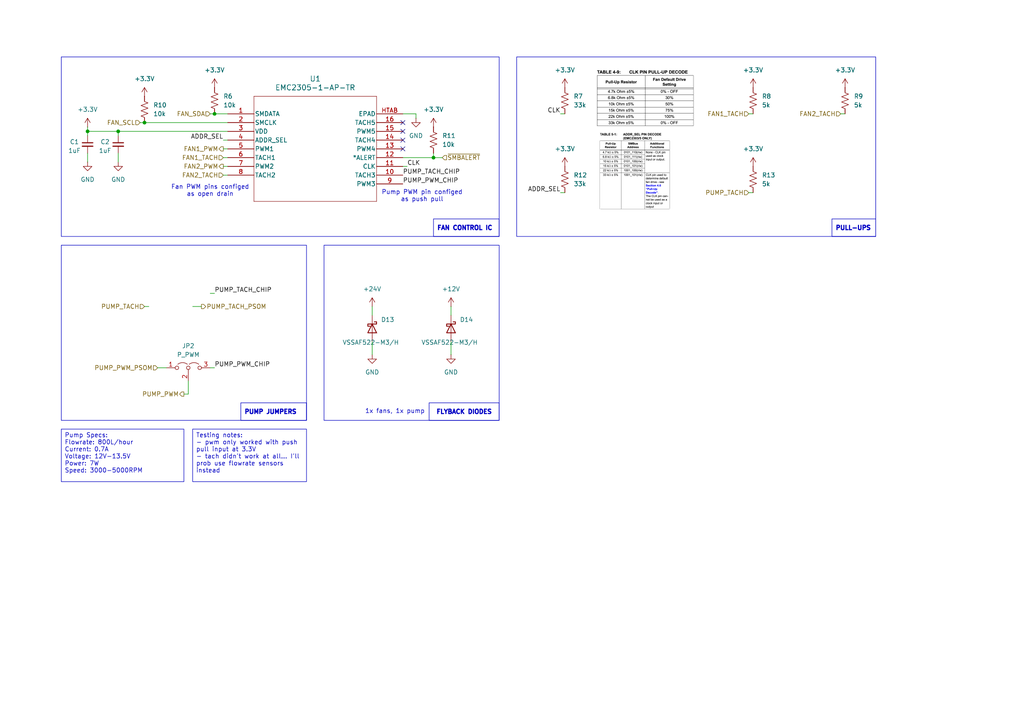
<source format=kicad_sch>
(kicad_sch (version 20250114) (generator "eeschema") (generator_version "9.0")
  (paper "A4")
  (lib_symbols
    (symbol "2024-11-02_21-04-42:EMC2305-1-AP-TR" (pin_names (offset 0.254))
      (property "Reference" "U" (at 25.4 10.16 0))
      (property "Value" "EMC2305-1-AP-TR" (at 25.4 7.62 0))
      (symbol "EMC2305-1-AP-TR_0_1"
        (polyline (pts (xy 7.62 5.08) (xy 7.62 -25.4)) (stroke (width 0.127)))
        (polyline (pts (xy 7.62 -25.4) (xy 43.18 -25.4)) (stroke (width 0.127)))
        (polyline (pts (xy 43.18 5.08) (xy 7.62 5.08)) (stroke (width 0.127)))
        (polyline (pts (xy 43.18 -25.4) (xy 43.18 5.08)) (stroke (width 0.127)))
        (pin bidirectional line (at 0 0 0) (length 7.62) (name "SMDATA") (number "1"))
        (pin input line (at 0 -2.54 0) (length 7.62) (name "SMCLK") (number "2"))
        (pin power_in line (at 0 -5.08 0) (length 7.62) (name "VDD") (number "3"))
        (pin bidirectional line (at 0 -7.62 0) (length 7.62) (name "ADDR_SEL") (number "4"))
        (pin output line (at 0 -10.16 0) (length 7.62) (name "PWM1") (number "5"))
        (pin input line (at 0 -12.7 0) (length 7.62) (name "TACH1") (number "6"))
        (pin output line (at 0 -15.24 0) (length 7.62) (name "PWM2") (number "7"))
        (pin input line (at 0 -17.78 0) (length 7.62) (name "TACH2") (number "8"))
        (pin unspecified line (at 50.8 0 180) (length 7.62) (name "EPAD") (number "HTAB"))
        (pin input line (at 50.8 -2.54 180) (length 7.62) (name "TACH5") (number "16"))
        (pin output line (at 50.8 -5.08 180) (length 7.62) (name "PWM5") (number "15"))
        (pin input line (at 50.8 -7.62 180) (length 7.62) (name "TACH4") (number "14"))
        (pin output line (at 50.8 -10.16 180) (length 7.62) (name "PWM4") (number "13"))
        (pin output line (at 50.8 -12.7 180) (length 7.62) (name "*ALERT") (number "12"))
        (pin bidirectional line (at 50.8 -15.24 180) (length 7.62) (name "CLK") (number "11"))
        (pin input line (at 50.8 -17.78 180) (length 7.62) (name "TACH3") (number "10"))
        (pin output line (at 50.8 -20.32 180) (length 7.62) (name "PWM3") (number "9"))
      )
    )
    (symbol "Device:C_Small" (pin_numbers (hide yes)) (pin_names (offset 0.254) (hide yes))
      (property "Reference" "C" (at 0.254 1.778 0))
      (property "Value" "C_Small" (at 0.254 -2.032 0))
      (symbol "C_Small_0_1"
        (polyline (pts (xy -1.524 0.508) (xy 1.524 0.508)) (stroke (width 0.3048)))
        (polyline (pts (xy -1.524 -0.508) (xy 1.524 -0.508)) (stroke (width 0.3302)))
      )
      (symbol "C_Small_1_1"
        (pin passive line (at 0 2.54 270) (length 2.032) (name "~") (number "1"))
        (pin passive line (at 0 -2.54 90) (length 2.032) (name "~") (number "2"))
      )
    )
    (symbol "Device:R_US" (pin_numbers (hide yes)) (pin_names (offset 0))
      (property "Reference" "R" (at 2.54 0 90))
      (property "Value" "R_US" (at -2.54 0 90))
      (symbol "R_US_0_1"
        (polyline (pts (xy 0 2.286) (xy 0 2.54)))
        (polyline (pts (xy 0 2.286) (xy 1.016 1.905) (xy 0 1.524) (xy -1.016 1.143) (xy 0 0.762)))
        (polyline (pts (xy 0 0.762) (xy 1.016 0.381) (xy 0 0) (xy -1.016 -0.381) (xy 0 -0.762)))
        (polyline (pts (xy 0 -0.762) (xy 1.016 -1.143) (xy 0 -1.524) (xy -1.016 -1.905) (xy 0 -2.286)))
        (polyline (pts (xy 0 -2.286) (xy 0 -2.54)))
      )
      (symbol "R_US_1_1"
        (pin passive line (at 0 3.81 270) (length 1.27) (name "~") (number "1"))
        (pin passive line (at 0 -3.81 90) (length 1.27) (name "~") (number "2"))
      )
    )
    (symbol "Diode:C3D25170H" (pin_numbers (hide yes)) (pin_names (offset 1.016) (hide yes))
      (property "Reference" "D" (at 0 2.54 0))
      (property "Value" "C3D25170H" (at 0 -2.54 0))
      (symbol "C3D25170H_0_1"
        (polyline (pts (xy -1.905 0.635) (xy -1.905 1.27) (xy -1.27 1.27) (xy -1.27 -1.27) (xy -0.635 -1.27) (xy -0.635 -0.635)) (stroke (width 0.254)))
        (polyline (pts (xy 1.27 1.27) (xy 1.27 -1.27) (xy -1.27 0) (xy 1.27 1.27)) (stroke (width 0.254)))
        (polyline (pts (xy 1.27 0) (xy -1.27 0)))
      )
      (symbol "C3D25170H_1_1"
        (pin passive line (at -3.81 0 0) (length 2.54) (name "K") (number "1"))
        (pin passive line (at 3.81 0 180) (length 2.54) (name "A") (number "2"))
      )
    )
    (symbol "Jumper:Jumper_3_Open" (pin_names (offset 0) (hide yes)) (in_bom no)
      (property "Reference" "JP" (at -2.54 -2.54 0))
      (property "Value" "Jumper_3_Open" (at 0 2.794 0))
      (symbol "Jumper_3_Open_0_0"
        (circle (center -3.302 0) (radius 0.508))
        (circle (center 0 0) (radius 0.508))
        (circle (center 3.302 0) (radius 0.508))
      )
      (symbol "Jumper_3_Open_0_1"
        (arc (start -3.048 1.016) (mid -1.651 1.4992) (end -0.254 1.016))
        (polyline (pts (xy 0 -0.508) (xy 0 -1.27)))
        (arc (start 0.254 1.016) (mid 1.651 1.4992) (end 3.048 1.016))
      )
      (symbol "Jumper_3_Open_1_1"
        (pin passive line (at -6.35 0 0) (length 2.54) (name "A") (number "1"))
        (pin passive line (at 0 -3.81 90) (length 2.54) (name "C") (number "2"))
        (pin passive line (at 6.35 0 180) (length 2.54) (name "B") (number "3"))
      )
    )
    (symbol "power:+12V" (power) (pin_numbers (hide yes)) (pin_names (offset 0) (hide yes))
      (property "Value" "+12V" (at 0 3.556 0))
      (symbol "+12V_0_1"
        (polyline (pts (xy -0.762 1.27) (xy 0 2.54)))
        (polyline (pts (xy 0 2.54) (xy 0.762 1.27)))
        (polyline (pts (xy 0 0) (xy 0 2.54)))
      )
      (symbol "+12V_1_1"
        (pin power_in line (at 0 0 90) (length 0) (name "~") (number "1"))
      )
    )
    (symbol "power:+24V" (power) (pin_numbers (hide yes)) (pin_names (offset 0) (hide yes))
      (property "Value" "+24V" (at 0 3.556 0))
      (symbol "+24V_0_1"
        (polyline (pts (xy -0.762 1.27) (xy 0 2.54)))
        (polyline (pts (xy 0 2.54) (xy 0.762 1.27)))
        (polyline (pts (xy 0 0) (xy 0 2.54)))
      )
      (symbol "+24V_1_1"
        (pin power_in line (at 0 0 90) (length 0) (name "~") (number "1"))
      )
    )
    (symbol "power:+3.3V" (power) (pin_numbers (hide yes)) (pin_names (offset 0) (hide yes))
      (property "Value" "+3.3V" (at 0 3.556 0))
      (symbol "+3.3V_0_1"
        (polyline (pts (xy -0.762 1.27) (xy 0 2.54)))
        (polyline (pts (xy 0 2.54) (xy 0.762 1.27)))
        (polyline (pts (xy 0 0) (xy 0 2.54)))
      )
      (symbol "+3.3V_1_1"
        (pin power_in line (at 0 0 90) (length 0) (name "~") (number "1"))
      )
    )
    (symbol "power:GND" (power) (pin_numbers (hide yes)) (pin_names (offset 0) (hide yes))
      (property "Value" "GND" (at 0 -3.81 0))
      (symbol "GND_0_1"
        (polyline (pts (xy 0 0) (xy 0 -1.27) (xy 1.27 -1.27) (xy 0 -2.54) (xy -1.27 -1.27) (xy 0 -1.27)))
      )
      (symbol "GND_1_1"
        (pin power_in line (at 0 0 270) (length 0) (name "~") (number "1"))
      )
    )
  )
  (rectangle (start 17.78 71.12) (end 88.9 121.92))
  (rectangle (start 17.78 16.51) (end 144.78 68.58))
  (rectangle (start 149.86 16.51) (end 254 68.58))
  (rectangle (start 93.98 71.12) (end 144.78 121.92))
  (text "1x fans, 1x pump" (at 114.554 119.38 0) (effects (font (size 1.27 1.27))))
  (text "Fan PWM pins configed\nas open drain" (at 60.96 55.372 0) (effects (font (size 1.27 1.27))))
  (text "Pump PWM pin configed\nas push pull" (at 122.428 56.896 0) (effects (font (size 1.27 1.27))))
  (text_box "FLYBACK DIODES" (at 124.46 116.84 0) (size 20.32 5.08) (margins 0.9525 0.9525 0.9525 0.9525) (effects (font (size 1.27 1.27) (thickness 0.381) (bold yes))))
  (text_box "Testing notes:\n- pwm only worked with push pull input at 3.3V\n- tach didn't work at all... I'll prob use flowrate sensors instead" (at 55.88 124.46 0) (size 33.02 15.24) (margins 0.9525 0.9525 0.9525 0.9525) (effects (font (size 1.27 1.27)) (justify left top)))
  (text_box "FAN CONTROL IC" (at 125.73 63.5 0) (size 19.05 5.08) (margins 0.9525 0.9525 0.9525 0.9525) (effects (font (size 1.27 1.27) (thickness 0.381) (bold yes)) (justify left)))
  (text_box "Pump Specs:\nFlowrate: 800L/hour\nCurrent: 0.7A\nVoltage: 12V-13.5V\nPower: 7W\nSpeed: 3000-5000RPM" (at 17.78 124.46 0) (size 35.56 15.24) (margins 0.9525 0.9525 0.9525 0.9525) (effects (font (size 1.27 1.27)) (justify left top)))
  (text_box "PULL-UPS" (at 241.3 63.5 0) (size 12.7 5.08) (margins 0.9525 0.9525 0.9525 0.9525) (effects (font (size 1.27 1.27) (thickness 0.381) (bold yes)) (justify left)))
  (text_box "PUMP JUMPERS" (at 69.85 116.84 0) (size 19.05 5.08) (margins 0.9525 0.9525 0.9525 0.9525) (effects (font (size 1.27 1.27) (thickness 0.381) (bold yes)) (justify left)))
  (junction (at 41.91 35.56))
  (junction (at 125.73 45.72))
  (junction (at 34.29 38.1))
  (junction (at 25.4 38.1))
  (junction (at 62.23 33.02))
  (no_connect (at 116.84 35.56))
  (no_connect (at 116.84 43.18))
  (no_connect (at 116.84 38.1))
  (no_connect (at 116.84 40.64))
  (wire (pts (xy 120.65 34.29) (xy 120.65 33.02)))
  (wire (pts (xy 62.23 106.68) (xy 60.96 106.68)))
  (wire (pts (xy 62.23 33.02) (xy 66.04 33.02)))
  (wire (pts (xy 125.73 44.45) (xy 125.73 45.72)))
  (wire (pts (xy 53.34 114.3) (xy 54.61 114.3)))
  (wire (pts (xy 34.29 44.45) (xy 34.29 46.99)))
  (wire (pts (xy 25.4 46.99) (xy 25.4 44.45)))
  (wire (pts (xy 64.77 43.18) (xy 66.04 43.18)))
  (wire (pts (xy 64.77 50.8) (xy 66.04 50.8)))
  (wire (pts (xy 243.84 33.02) (xy 245.11 33.02)))
  (wire (pts (xy 60.96 33.02) (xy 62.23 33.02)))
  (wire (pts (xy 107.95 102.87) (xy 107.95 99.06)))
  (wire (pts (xy 25.4 39.37) (xy 25.4 38.1)))
  (wire (pts (xy 64.77 40.64) (xy 66.04 40.64)))
  (wire (pts (xy 41.91 35.56) (xy 66.04 35.56)))
  (wire (pts (xy 62.23 85.09) (xy 60.96 85.09)))
  (wire (pts (xy 130.81 88.9) (xy 130.81 91.44)))
  (wire (pts (xy 34.29 38.1) (xy 66.04 38.1)))
  (wire (pts (xy 217.17 33.02) (xy 218.44 33.02)))
  (wire (pts (xy 54.61 114.3) (xy 54.61 110.49)))
  (wire (pts (xy 130.81 102.87) (xy 130.81 99.06)))
  (wire (pts (xy 64.77 45.72) (xy 66.04 45.72)))
  (wire (pts (xy 116.84 45.72) (xy 125.73 45.72)))
  (wire (pts (xy 45.72 106.68) (xy 48.26 106.68)))
  (wire (pts (xy 125.73 45.72) (xy 128.27 45.72)))
  (wire (pts (xy 34.29 39.37) (xy 34.29 38.1)))
  (wire (pts (xy 162.56 55.88) (xy 163.83 55.88)))
  (wire (pts (xy 25.4 38.1) (xy 34.29 38.1)))
  (wire (pts (xy 120.65 33.02) (xy 116.84 33.02)))
  (wire (pts (xy 41.91 88.9) (xy 43.18 88.9)))
  (wire (pts (xy 162.56 33.02) (xy 163.83 33.02)))
  (wire (pts (xy 64.77 48.26) (xy 66.04 48.26)))
  (wire (pts (xy 107.95 88.9) (xy 107.95 91.44)))
  (wire (pts (xy 217.17 55.88) (xy 218.44 55.88)))
  (wire (pts (xy 25.4 36.83) (xy 25.4 38.1)))
  (wire (pts (xy 40.64 35.56) (xy 41.91 35.56)))
  (wire (pts (xy 118.11 48.26) (xy 116.84 48.26)))
  (wire (pts (xy 58.42 88.9) (xy 55.88 88.9)))
  (image (at 184.15 49.53) (scale 0.100809))
  (image (at 187.1681 28.344) (scale 0.139667))
  (label "PUMP_TACH_CHIP" (at 62.23 85.09 0))
  (label "CLK" (at 162.56 33.02 180))
  (label "CLK" (at 118.11 48.26 0))
  (label "PUMP_PWM_CHIP" (at 62.23 106.68 0))
  (label "ADDR_SEL" (at 162.56 55.88 180))
  (label "ADDR_SEL" (at 64.77 40.64 180))
  (label "PUMP_PWM_CHIP" (at 116.84 53.34 0))
  (label "PUMP_TACH_CHIP" (at 116.84 50.8 0))
  (hierarchical_label "FAN2_PWM" (shape output) (at 64.77 48.26 180))
  (hierarchical_label "PUMP_TACH" (shape input) (at 41.91 88.9 180))
  (hierarchical_label "PUMP_PWM_PSOM" (shape input) (at 45.72 106.68 180))
  (hierarchical_label "FAN_SCL" (shape input) (at 40.64 35.56 180))
  (hierarchical_label "FAN2_TACH" (shape input) (at 243.84 33.02 180))
  (hierarchical_label "FAN1_TACH" (shape input) (at 217.17 33.02 180))
  (hierarchical_label "PUMP_TACH" (shape input) (at 217.17 55.88 180))
  (hierarchical_label "FAN1_PWM" (shape output) (at 64.77 43.18 180))
  (hierarchical_label "FAN_SDA" (shape input) (at 60.96 33.02 180))
  (hierarchical_label "~{SMBALERT}" (shape input) (at 128.27 45.72 0))
  (hierarchical_label "PUMP_PWM" (shape output) (at 53.34 114.3 180))
  (hierarchical_label "PUMP_TACH_PSOM" (shape output) (at 58.42 88.9 0))
  (hierarchical_label "FAN1_TACH" (shape input) (at 64.77 45.72 180))
  (hierarchical_label "FAN2_TACH" (shape input) (at 64.77 50.8 180))
  (symbol (lib_id "power:+3.3V") (at 163.83 25.4 0) (unit 1)
    (property "Reference" "#PWR025" (effects (hide yes)))
    (property "Value" "+3.3V" (at 163.83 20.32 0))
    (property "Description" "Power symbol creates a global label with name \"+3.3V\"" (effects (hide yes)))
  )
  (symbol (lib_id "power:GND") (at 107.95 102.87 0) (unit 1)
    (property "Reference" "#PWR040" (effects (hide yes)))
    (property "Value" "GND" (at 107.95 107.95 0))
    (property "Description" "Power symbol creates a global label with name \"GND\" , ground" (effects (hide yes)))
  )
  (symbol (lib_id "Device:R_US") (at 163.83 52.07 180) (unit 1)
    (property "Reference" "R12" (at 166.37 50.7999 0) (effects (justify right)))
    (property "Value" "33k" (at 166.37 53.3399 0) (effects (justify right)))
    (property "Footprint" "Resistor_SMD:R_0603_1608Metric_Pad0.98x0.95mm_HandSolder" (effects (hide yes)))
    (property "Description" "Resistor, US symbol" (effects (hide yes)))
  )
  (symbol (lib_id "Device:R_US") (at 163.83 29.21 180) (unit 1)
    (property "Reference" "R7" (at 166.37 27.9399 0) (effects (justify right)))
    (property "Value" "33k" (at 166.37 30.4799 0) (effects (justify right)))
    (property "Footprint" "Resistor_SMD:R_0603_1608Metric_Pad0.98x0.95mm_HandSolder" (effects (hide yes)))
    (property "Description" "Resistor, US symbol" (effects (hide yes)))
  )
  (symbol (lib_id "Diode:C3D25170H") (at 107.95 95.25 270) (unit 1)
    (property "Reference" "D13" (at 110.49 92.71 90) (effects (justify left)))
    (property "Value" "VSSAF522-M3/H" (at 99.314 99.314 90) (effects (justify left)))
    (property "Footprint" "UTSVT_Passive:SODFL5026X125N" (effects (hide yes)))
    (property "Datasheet" "https://www.wolfspeed.com/media/downloads/103/C3D25170H.pdf" (effects (hide yes)))
    (property "Description" "1700V, 25A, SiC Schottky Diode, TO-247" (effects (hide yes)))
  )
  (symbol (lib_id "power:+3.3V") (at 41.91 27.94 0) (unit 1)
    (property "Reference" "#PWR028" (effects (hide yes)))
    (property "Value" "+3.3V" (at 41.91 22.86 0))
    (property "Description" "Power symbol creates a global label with name \"+3.3V\"" (effects (hide yes)))
  )
  (symbol (lib_id "Device:R_US") (at 62.23 29.21 180) (unit 1)
    (property "Reference" "R6" (at 64.77 27.9399 0) (effects (justify right)))
    (property "Value" "10k" (at 64.77 30.4799 0) (effects (justify right)))
    (property "Footprint" "Resistor_SMD:R_0603_1608Metric_Pad0.98x0.95mm_HandSolder" (effects (hide yes)))
    (property "Description" "Resistor, US symbol" (effects (hide yes)))
  )
  (symbol (lib_id "power:+3.3V") (at 218.44 25.4 0) (unit 1)
    (property "Reference" "#PWR026" (effects (hide yes)))
    (property "Value" "+3.3V" (at 218.44 20.32 0))
    (property "Description" "Power symbol creates a global label with name \"+3.3V\"" (effects (hide yes)))
  )
  (symbol (lib_id "power:+3.3V") (at 25.4 36.83 0) (unit 1)
    (property "Reference" "#PWR030" (effects (hide yes)))
    (property "Value" "+3.3V" (at 25.4 31.75 0))
    (property "Description" "Power symbol creates a global label with name \"+3.3V\"" (effects (hide yes)))
  )
  (symbol (lib_id "power:+3.3V") (at 218.44 48.26 0) (unit 1)
    (property "Reference" "#PWR035" (effects (hide yes)))
    (property "Value" "+3.3V" (at 218.44 43.18 0))
    (property "Description" "Power symbol creates a global label with name \"+3.3V\"" (effects (hide yes)))
  )
  (symbol (lib_id "Device:R_US") (at 245.11 29.21 180) (unit 1)
    (property "Reference" "R9" (at 247.65 27.9399 0) (effects (justify right)))
    (property "Value" "5k" (at 247.65 30.4799 0) (effects (justify right)))
    (property "Footprint" "Resistor_SMD:R_0603_1608Metric_Pad0.98x0.95mm_HandSolder" (effects (hide yes)))
    (property "Description" "Resistor, US symbol" (effects (hide yes)))
  )
  (symbol (lib_id "power:+3.3V") (at 245.11 25.4 0) (unit 1)
    (property "Reference" "#PWR027" (effects (hide yes)))
    (property "Value" "+3.3V" (at 245.11 20.32 0))
    (property "Description" "Power symbol creates a global label with name \"+3.3V\"" (effects (hide yes)))
  )
  (symbol (lib_id "power:+3.3V") (at 125.73 36.83 0) (unit 1)
    (property "Reference" "#PWR031" (effects (hide yes)))
    (property "Value" "+3.3V" (at 125.73 31.75 0))
    (property "Description" "Power symbol creates a global label with name \"+3.3V\"" (effects (hide yes)))
  )
  (symbol (lib_id "power:GND") (at 120.65 34.29 0) (unit 1)
    (property "Reference" "#PWR029" (effects (hide yes)))
    (property "Value" "GND" (at 120.65 39.37 0))
    (property "Description" "Power symbol creates a global label with name \"GND\" , ground" (effects (hide yes)))
  )
  (symbol (lib_id "power:+3.3V") (at 163.83 48.26 0) (unit 1)
    (property "Reference" "#PWR034" (effects (hide yes)))
    (property "Value" "+3.3V" (at 163.83 43.18 0))
    (property "Description" "Power symbol creates a global label with name \"+3.3V\"" (effects (hide yes)))
  )
  (symbol (lib_id "Device:C_Small") (at 34.29 41.91 0) (unit 1)
    (property "Reference" "C2" (at 30.48 41.148 0))
    (property "Value" "1uF" (at 30.48 43.688 0))
    (property "Footprint" "Capacitor_SMD:C_0603_1608Metric_Pad1.08x0.95mm_HandSolder" (effects (hide yes)))
    (property "Description" "Unpolarized capacitor, small symbol" (effects (hide yes)))
    (property "P/N" "C0805C105K5PACTU" (effects (hide yes)))
  )
  (symbol (lib_id "power:+24V") (at 107.95 88.9 0) (unit 1)
    (property "Reference" "#PWR037" (effects (hide yes)))
    (property "Value" "+24V" (at 107.95 83.82 0))
    (property "Description" "Power symbol creates a global label with name \"+24V\"" (effects (hide yes)))
  )
  (symbol (lib_id "2024-11-02_21-04-42:EMC2305-1-AP-TR") (at 66.04 33.02 0) (unit 1)
    (property "Reference" "U1" (at 91.44 22.86 0) (effects (font (size 1.524 1.524))))
    (property "Value" "EMC2305-1-AP-TR" (at 91.44 25.4 0) (effects (font (size 1.524 1.524))))
    (property "Footprint" "PumpLib:QFN16_4x4MC_MCH" (effects (hide yes)))
    (property "Datasheet" "https://ww1.microchip.com/downloads/aemDocuments/documents/MSLD/ProductDocuments/DataSheets/EMC2301-2-3-5-Data-Sheet-DS20006532A.pdf" (effects (hide yes)))
    (property "P/N" "EMC2305-1-AP-TR" (effects (hide yes)))
  )
  (symbol (lib_id "Jumper:Jumper_3_Open") (at 54.61 106.68 0) (unit 1) (in_bom no)
    (property "Reference" "JP2" (at 54.61 100.33 0))
    (property "Value" "P_PWM" (at 54.61 102.87 0))
    (property "Footprint" "Connector_PinHeader_2.54mm:PinHeader_1x03_P2.54mm_Vertical" (effects (hide yes)))
    (property "Description" "Jumper, 3-pole, both open" (effects (hide yes)))
  )
  (symbol (lib_id "Device:C_Small") (at 25.4 41.91 0) (unit 1)
    (property "Reference" "C1" (at 21.59 41.148 0))
    (property "Value" "1uF" (at 21.59 43.688 0))
    (property "Footprint" "Capacitor_SMD:C_0603_1608Metric_Pad1.08x0.95mm_HandSolder" (effects (hide yes)))
    (property "Description" "Unpolarized capacitor, small symbol" (effects (hide yes)))
    (property "P/N" "C0805C105K5PACTU" (effects (hide yes)))
  )
  (symbol (lib_id "Device:R_US") (at 218.44 52.07 180) (unit 1)
    (property "Reference" "R13" (at 220.98 50.7999 0) (effects (justify right)))
    (property "Value" "5k" (at 220.98 53.3399 0) (effects (justify right)))
    (property "Footprint" "Resistor_SMD:R_0603_1608Metric_Pad0.98x0.95mm_HandSolder" (effects (hide yes)))
    (property "Description" "Resistor, US symbol" (effects (hide yes)))
  )
  (symbol (lib_id "Device:R_US") (at 125.73 40.64 180) (unit 1)
    (property "Reference" "R11" (at 128.27 39.3699 0) (effects (justify right)))
    (property "Value" "10k" (at 128.27 41.9099 0) (effects (justify right)))
    (property "Footprint" "Resistor_SMD:R_0603_1608Metric_Pad0.98x0.95mm_HandSolder" (effects (hide yes)))
    (property "Description" "Resistor, US symbol" (effects (hide yes)))
  )
  (symbol (lib_id "power:GND") (at 25.4 46.99 0) (unit 1)
    (property "Reference" "#PWR032" (effects (hide yes)))
    (property "Value" "GND" (at 25.4 52.07 0))
    (property "Description" "Power symbol creates a global label with name \"GND\" , ground" (effects (hide yes)))
  )
  (symbol (lib_id "Device:R_US") (at 41.91 31.75 180) (unit 1)
    (property "Reference" "R10" (at 44.45 30.4799 0) (effects (justify right)))
    (property "Value" "10k" (at 44.45 33.0199 0) (effects (justify right)))
    (property "Footprint" "Resistor_SMD:R_0603_1608Metric_Pad0.98x0.95mm_HandSolder" (effects (hide yes)))
    (property "Description" "Resistor, US symbol" (effects (hide yes)))
  )
  (symbol (lib_id "power:+3.3V") (at 62.23 25.4 0) (unit 1)
    (property "Reference" "#PWR024" (effects (hide yes)))
    (property "Value" "+3.3V" (at 62.23 20.32 0))
    (property "Description" "Power symbol creates a global label with name \"+3.3V\"" (effects (hide yes)))
  )
  (symbol (lib_id "power:GND") (at 130.81 102.87 0) (unit 1)
    (property "Reference" "#PWR041" (effects (hide yes)))
    (property "Value" "GND" (at 130.81 107.95 0))
    (property "Description" "Power symbol creates a global label with name \"GND\" , ground" (effects (hide yes)))
  )
  (symbol (lib_id "power:GND") (at 34.29 46.99 0) (unit 1)
    (property "Reference" "#PWR033" (effects (hide yes)))
    (property "Value" "GND" (at 34.29 52.07 0))
    (property "Description" "Power symbol creates a global label with name \"GND\" , ground" (effects (hide yes)))
  )
  (symbol (lib_id "Device:R_US") (at 218.44 29.21 180) (unit 1)
    (property "Reference" "R8" (at 220.98 27.9399 0) (effects (justify right)))
    (property "Value" "5k" (at 220.98 30.4799 0) (effects (justify right)))
    (property "Footprint" "Resistor_SMD:R_0603_1608Metric_Pad0.98x0.95mm_HandSolder" (effects (hide yes)))
    (property "Description" "Resistor, US symbol" (effects (hide yes)))
  )
  (symbol (lib_id "power:+12V") (at 130.81 88.9 0) (unit 1)
    (property "Reference" "#PWR038" (effects (hide yes)))
    (property "Value" "+12V" (at 130.81 83.82 0))
    (property "Description" "Power symbol creates a global label with name \"+12V\"" (effects (hide yes)))
  )
  (symbol (lib_id "Diode:C3D25170H") (at 130.81 95.25 270) (unit 1)
    (property "Reference" "D14" (at 133.35 92.71 90) (effects (justify left)))
    (property "Value" "VSSAF522-M3/H" (at 122.174 99.314 90) (effects (justify left)))
    (property "Footprint" "UTSVT_Passive:SODFL5026X125N" (effects (hide yes)))
    (property "Datasheet" "https://www.wolfspeed.com/media/downloads/103/C3D25170H.pdf" (effects (hide yes)))
    (property "Description" "1700V, 25A, SiC Schottky Diode, TO-247" (effects (hide yes)))
  )
)
</source>
